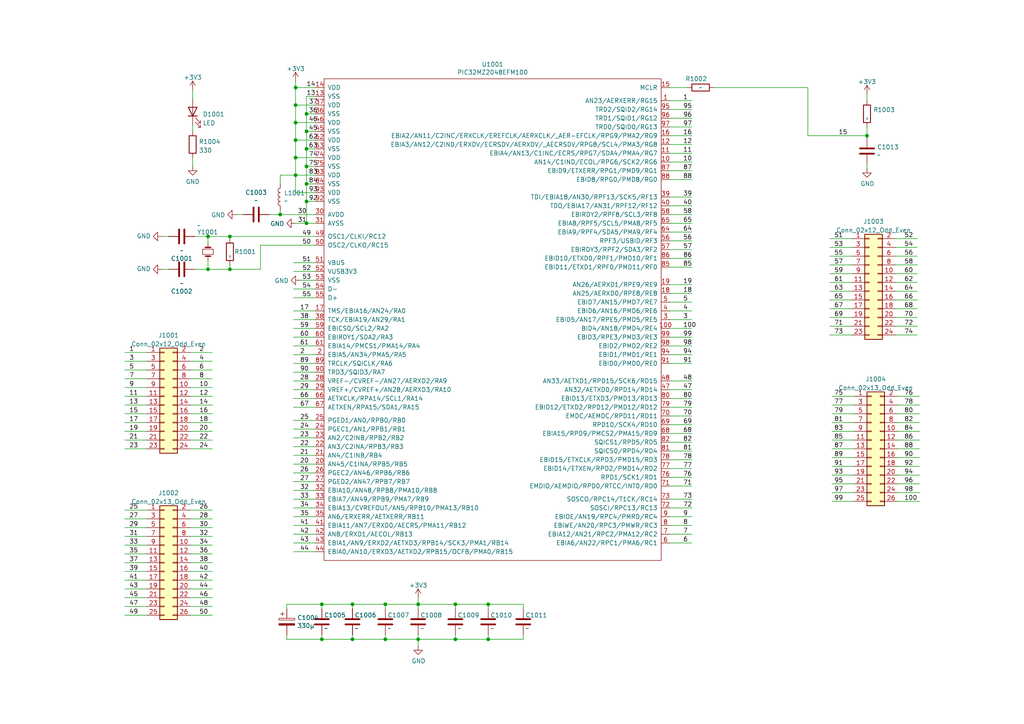
<source format=kicad_sch>
(kicad_sch (version 20211123) (generator eeschema)
  (paper "A4")
  (title_block (title "PIC32MZ2048EF100") (date "2022-06-06") (rev "V2.0") (company "F4DEB"))
  (lib_symbols
    (symbol "CEN-SCHEMA:PIC32MZ2048EF100" (pin_names (offset 1.016))
      (property "Reference" "U" (at 0 0 0))
      (property "Value" "PIC32MZ2048EF100" (at 27.94 0 0))
      (symbol "PIC32MZ2048EF100_0_1"
        (rectangle (start 0 -1.27) (end 97.79 -140.97))
      )
      (symbol "PIC32MZ2048EF100_1_1"
        (pin input line (at 100.33 -7.62 180) (length 2.54) (name "AN23/AERXERR/RG15") (number "1"))
        (pin input line (at 100.33 -25.4 180) (length 2.54) (name "AN14/C1IND/ECOL/RPG6/SCK2/RG6") (number "10"))
        (pin input line (at 100.33 -73.66 180) (length 2.54) (name "BID4/AN18/PMD4/RE4") (number "100"))
        (pin input line (at 100.33 -22.86 180) (length 2.54) (name "EBIA4/AN13/C1INC/ECRS/RPG7/SDA4/PMA4/RG7") (number "11"))
        (pin input line (at 100.33 -20.32 180) (length 2.54) (name "EBIA3/AN12/C2IND/ERXDV/ECRSDV/AERXDV/_AECRSDV/RPG8/SCL4/PMA3/RG8") (number "12"))
        (pin input line (at -2.54 -6.35 0) (length 2.54) (name "VSS") (number "13"))
        (pin input line (at -2.54 -3.81 0) (length 2.54) (name "VDD") (number "14"))
        (pin input line (at 100.33 -3.81 180) (length 2.54) (name "MCLR") (number "15"))
        (pin input line (at 100.33 -17.78 180) (length 2.54) (name "EBIA2/AN11/C2INC/ERXCLK/EREFCLK/AERXCLK/_AER-EFCLK/RPG9/PMA2/RG9") (number "16"))
        (pin input line (at -2.54 -68.58 0) (length 2.54) (name "TMS/EBIA16/AN24/RA0") (number "17"))
        (pin input line (at 100.33 -63.5 180) (length 2.54) (name "AN25/AERXD0/RPE8/RE8") (number "18"))
        (pin input line (at 100.33 -60.96 180) (length 2.54) (name "AN26/AERXD1/RPE9/RE9") (number "19"))
        (pin input line (at -2.54 -81.28 0) (length 2.54) (name "EBIA5/AN34/PMA5/RA5") (number "2"))
        (pin input line (at -2.54 -113.03 0) (length 2.54) (name "AN45/C1INA/RPB5/RB5") (number "20"))
        (pin input line (at -2.54 -110.49 0) (length 2.54) (name "AN4/C1INB/RB4") (number "21"))
        (pin input line (at -2.54 -107.95 0) (length 2.54) (name "AN3/C2INA/RPB3/RB3") (number "22"))
        (pin input line (at -2.54 -105.41 0) (length 2.54) (name "AN2/C2INB/RPB2/RB2") (number "23"))
        (pin input line (at -2.54 -102.87 0) (length 2.54) (name "PGEC1/AN1/RPB1/RB1") (number "24"))
        (pin input line (at -2.54 -100.33 0) (length 2.54) (name "PGED1/AN0/RPB0/RB0") (number "25"))
        (pin input line (at -2.54 -115.57 0) (length 2.54) (name "PGEC2/AN46/RPB6/RB6") (number "26"))
        (pin input line (at -2.54 -118.11 0) (length 2.54) (name "PGED2/AN47/RPB7/RB7") (number "27"))
        (pin input line (at -2.54 -88.9 0) (length 2.54) (name "VREF-/CVREF-/AN27/AERXD2/RA9") (number "28"))
        (pin input line (at -2.54 -91.44 0) (length 2.54) (name "VREF+/CVREF+/AN28/AERXD3/RA10") (number "29"))
        (pin input line (at 100.33 -71.12 180) (length 2.54) (name "EBID5/AN17/RPE5/PMD5/RE5") (number "3"))
        (pin input line (at -2.54 -40.64 0) (length 2.54) (name "AVDD") (number "30"))
        (pin input line (at -2.54 -43.18 0) (length 2.54) (name "AVSS") (number "31"))
        (pin input line (at -2.54 -120.65 0) (length 2.54) (name "EBIA10/AN48/RPB8/PMA10/RB8") (number "32"))
        (pin input line (at -2.54 -123.19 0) (length 2.54) (name "EBIA7/AN49/RPB9/PMA7/RB9") (number "33"))
        (pin input line (at -2.54 -125.73 0) (length 2.54) (name "EBIA13/CVREFOUT/AN5/RPB10/PMA13/RB10") (number "34"))
        (pin input line (at -2.54 -128.27 0) (length 2.54) (name "AN6/ERXERR/AETXERR/RB11") (number "35"))
        (pin input line (at -2.54 -11.43 0) (length 2.54) (name "VSS") (number "36"))
        (pin input line (at -2.54 -8.89 0) (length 2.54) (name "VDD") (number "37"))
        (pin input line (at -2.54 -71.12 0) (length 2.54) (name "TCK/EBIA19/AN29/RA1") (number "38"))
        (pin input line (at 100.33 -35.56 180) (length 2.54) (name "TDI/EBIA18/AN30/RPF13/SCK5/RF13") (number "39"))
        (pin input line (at 100.33 -68.58 180) (length 2.54) (name "EBID6/AN16/PMD6/RE6") (number "4"))
        (pin input line (at 100.33 -38.1 180) (length 2.54) (name "TDO/EBIA17/AN31/RPF12/RF12") (number "40"))
        (pin input line (at -2.54 -130.81 0) (length 2.54) (name "EBIA11/AN7/ERXD0/AECRS/PMA11/RB12") (number "41"))
        (pin input line (at -2.54 -133.35 0) (length 2.54) (name "AN8/ERXD1/AECOL/RB13") (number "42"))
        (pin input line (at -2.54 -135.89 0) (length 2.54) (name "EBIA1/AN9/ERXD2/AETXD3/RPB14/SCK3/PMA1/RB14") (number "43"))
        (pin input line (at -2.54 -138.43 0) (length 2.54) (name "EBIA0/AN10/ERXD3/AETXD2/RPB15/OCFB/PMA0/RB15") (number "44"))
        (pin input line (at -2.54 -16.51 0) (length 2.54) (name "VSS") (number "45"))
        (pin input line (at -2.54 -13.97 0) (length 2.54) (name "VDD") (number "46"))
        (pin input line (at 100.33 -91.44 180) (length 2.54) (name "AN32/AETXD0/RPD14/RD14") (number "47"))
        (pin input line (at 100.33 -88.9 180) (length 2.54) (name "AN33/AETXD1/RPD15/SCK6/RD15") (number "48"))
        (pin input line (at -2.54 -46.99 0) (length 2.54) (name "OSC1/CLKI/RC12") (number "49"))
        (pin input line (at 100.33 -66.04 180) (length 2.54) (name "EBID7/AN15/PMD7/RE7") (number "5"))
        (pin input line (at -2.54 -49.53 0) (length 2.54) (name "OSC2/CLKO/RC15") (number "50"))
        (pin input line (at -2.54 -54.61 0) (length 2.54) (name "VBUS") (number "51"))
        (pin input line (at -2.54 -57.15 0) (length 2.54) (name "VUSB3V3") (number "52"))
        (pin input line (at -2.54 -59.69 0) (length 2.54) (name "VSS") (number "53"))
        (pin input line (at -2.54 -62.23 0) (length 2.54) (name "D-") (number "54"))
        (pin input line (at -2.54 -64.77 0) (length 2.54) (name "D+") (number "55"))
        (pin input line (at 100.33 -48.26 180) (length 2.54) (name "RPF3/USBID/RF3") (number "56"))
        (pin input line (at 100.33 -50.8 180) (length 2.54) (name "EBIRDY3/RPF2/SDA3/RF2") (number "57"))
        (pin input line (at 100.33 -40.64 180) (length 2.54) (name "EBIRDY2/RPF8/SCL3/RF8") (number "58"))
        (pin input line (at -2.54 -73.66 0) (length 2.54) (name "EBICS0/SCL2/RA2") (number "59"))
        (pin input line (at 100.33 -135.89 180) (length 2.54) (name "EBIA6/AN22/RPC1/PMA6/RC1") (number "6"))
        (pin input line (at -2.54 -76.2 0) (length 2.54) (name "EBIRDY1/SDA2/RA3") (number "60"))
        (pin input line (at -2.54 -78.74 0) (length 2.54) (name "EBIA14/PMCS1/PMA14/RA4") (number "61"))
        (pin input line (at -2.54 -19.05 0) (length 2.54) (name "VDD") (number "62"))
        (pin input line (at -2.54 -21.59 0) (length 2.54) (name "VSS") (number "63"))
        (pin input line (at 100.33 -45.72 180) (length 2.54) (name "EBIA9/RPF4/SDA5/PMA9/RF4") (number "64"))
        (pin input line (at 100.33 -43.18 180) (length 2.54) (name "EBIA8/RPF5/SCL5/PMA8/RF5") (number "65"))
        (pin input line (at -2.54 -93.98 0) (length 2.54) (name "AETXCLK/RPA14/SCL1/RA14") (number "66"))
        (pin input line (at -2.54 -96.52 0) (length 2.54) (name "AETXEN/RPA15/SDA1/RA15") (number "67"))
        (pin input line (at 100.33 -104.14 180) (length 2.54) (name "EBIA15/RPD9/PMCS2/PMA15/RD9") (number "68"))
        (pin input line (at 100.33 -101.6 180) (length 2.54) (name "RPD10/SCK4/RD10") (number "69"))
        (pin input line (at 100.33 -133.35 180) (length 2.54) (name "EBIA12/AN21/RPC2/PMA12/RC2") (number "7"))
        (pin input line (at 100.33 -99.06 180) (length 2.54) (name "EMDC/AEMDC/RPD11/RD11") (number "70"))
        (pin input line (at 100.33 -119.38 180) (length 2.54) (name "EMDIO/AEMDIO/RPD0/RTCC/INT0/RD0") (number "71"))
        (pin input line (at 100.33 -125.73 180) (length 2.54) (name "SOSCI/RPC13/RC13") (number "72"))
        (pin input line (at 100.33 -123.19 180) (length 2.54) (name "SOSCO/RPC14/T1CK/RC14") (number "73"))
        (pin input line (at -2.54 -24.13 0) (length 2.54) (name "VDD") (number "74"))
        (pin input line (at -2.54 -26.67 0) (length 2.54) (name "VSS") (number "75"))
        (pin input line (at 100.33 -116.84 180) (length 2.54) (name "RPD1/SCK1/RD1") (number "76"))
        (pin input line (at 100.33 -114.3 180) (length 2.54) (name "EBID14/ETXEN/RPD2/PMD14/RD2") (number "77"))
        (pin input line (at 100.33 -111.76 180) (length 2.54) (name "EBID15/ETXCLK/RPD3/PMD15/RD3") (number "78"))
        (pin input line (at 100.33 -96.52 180) (length 2.54) (name "EBID12/ETXD2/RPD12/PMD12/RD12") (number "79"))
        (pin input line (at 100.33 -130.81 180) (length 2.54) (name "EBIWE/AN20/RPC3/PMWR/RC3") (number "8"))
        (pin input line (at 100.33 -93.98 180) (length 2.54) (name "EBID13/ETXD3/PMD13/RD13") (number "80"))
        (pin input line (at 100.33 -109.22 180) (length 2.54) (name "SQICS0/RPD4/RD4") (number "81"))
        (pin input line (at 100.33 -106.68 180) (length 2.54) (name "SQICS1/RPD5/RD5") (number "82"))
        (pin input line (at -2.54 -29.21 0) (length 2.54) (name "VDD") (number "83"))
        (pin input line (at -2.54 -31.75 0) (length 2.54) (name "VSS") (number "84"))
        (pin input line (at 100.33 -55.88 180) (length 2.54) (name "EBID11/ETXD1/RPF0/PMD11/RF0") (number "85"))
        (pin input line (at 100.33 -53.34 180) (length 2.54) (name "EBID10/ETXD0/RPF1/PMD10/RF1") (number "86"))
        (pin input line (at 100.33 -27.94 180) (length 2.54) (name "EBID9/ETXERR/RPG1/PMD9/RG1") (number "87"))
        (pin input line (at 100.33 -30.48 180) (length 2.54) (name "EBID8/RPG0/PMD8/RG0") (number "88"))
        (pin input line (at -2.54 -83.82 0) (length 2.54) (name "TRCLK/SQICLK/RA6") (number "89"))
        (pin input line (at 100.33 -128.27 180) (length 2.54) (name "EBIOE/AN19/RPC4/PMRD/RC4") (number "9"))
        (pin input line (at -2.54 -86.36 0) (length 2.54) (name "TRD3/SQID3/RA7") (number "90"))
        (pin input line (at 100.33 -83.82 180) (length 2.54) (name "EBID0/PMD0/RE0") (number "91"))
        (pin input line (at -2.54 -36.83 0) (length 2.54) (name "VSS") (number "92"))
        (pin input line (at -2.54 -34.29 0) (length 2.54) (name "VDD") (number "93"))
        (pin input line (at 100.33 -81.28 180) (length 2.54) (name "EBID1/PMD1/RE1") (number "94"))
        (pin input line (at 100.33 -10.16 180) (length 2.54) (name "TRD2/SQID2/RG14") (number "95"))
        (pin input line (at 100.33 -12.7 180) (length 2.54) (name "TRD1/SQID1/RG12") (number "96"))
        (pin input line (at 100.33 -15.24 180) (length 2.54) (name "TRD0/SQID0/RG13") (number "97"))
        (pin input line (at 100.33 -78.74 180) (length 2.54) (name "EBID2/PMD2/RE2") (number "98"))
        (pin input line (at 100.33 -76.2 180) (length 2.54) (name "EBID3/RPE3/PMD3/RE3") (number "99"))
      )
    )
    (symbol "Connector_Generic:Conn_02x12_Odd_Even" (pin_names (offset 1.016) hide)
      (property "Reference" "J" (at 1.27 15.24 0))
      (property "Value" "Conn_02x12_Odd_Even" (at 1.27 -17.78 0))
      (symbol "Conn_02x12_Odd_Even_1_1"
        (rectangle (start -1.27 -15.113) (end 0 -15.367) (stroke (width 0.1524)))
        (rectangle (start -1.27 -12.573) (end 0 -12.827) (stroke (width 0.1524)))
        (rectangle (start -1.27 -10.033) (end 0 -10.287) (stroke (width 0.1524)))
        (rectangle (start -1.27 -7.493) (end 0 -7.747) (stroke (width 0.1524)))
        (rectangle (start -1.27 -4.953) (end 0 -5.207) (stroke (width 0.1524)))
        (rectangle (start -1.27 -2.413) (end 0 -2.667) (stroke (width 0.1524)))
        (rectangle (start -1.27 0.127) (end 0 -0.127) (stroke (width 0.1524)))
        (rectangle (start -1.27 2.667) (end 0 2.413) (stroke (width 0.1524)))
        (rectangle (start -1.27 5.207) (end 0 4.953) (stroke (width 0.1524)))
        (rectangle (start -1.27 7.747) (end 0 7.493) (stroke (width 0.1524)))
        (rectangle (start -1.27 10.287) (end 0 10.033) (stroke (width 0.1524)))
        (rectangle (start -1.27 12.827) (end 0 12.573) (stroke (width 0.1524)))
        (rectangle (start -1.27 13.97) (end 3.81 -16.51) (stroke (width 0.254)) (fill (type background)))
        (rectangle (start 3.81 -15.113) (end 2.54 -15.367) (stroke (width 0.1524)))
        (rectangle (start 3.81 -12.573) (end 2.54 -12.827) (stroke (width 0.1524)))
        (rectangle (start 3.81 -10.033) (end 2.54 -10.287) (stroke (width 0.1524)))
        (rectangle (start 3.81 -7.493) (end 2.54 -7.747) (stroke (width 0.1524)))
        (rectangle (start 3.81 -4.953) (end 2.54 -5.207) (stroke (width 0.1524)))
        (rectangle (start 3.81 -2.413) (end 2.54 -2.667) (stroke (width 0.1524)))
        (rectangle (start 3.81 0.127) (end 2.54 -0.127) (stroke (width 0.1524)))
        (rectangle (start 3.81 2.667) (end 2.54 2.413) (stroke (width 0.1524)))
        (rectangle (start 3.81 5.207) (end 2.54 4.953) (stroke (width 0.1524)))
        (rectangle (start 3.81 7.747) (end 2.54 7.493) (stroke (width 0.1524)))
        (rectangle (start 3.81 10.287) (end 2.54 10.033) (stroke (width 0.1524)))
        (rectangle (start 3.81 12.827) (end 2.54 12.573) (stroke (width 0.1524)))
        (pin passive line (at -5.08 12.7 0) (length 3.81) (name "Pin_1") (number "1"))
        (pin passive line (at 7.62 2.54 180) (length 3.81) (name "Pin_10") (number "10"))
        (pin passive line (at -5.08 0 0) (length 3.81) (name "Pin_11") (number "11"))
        (pin passive line (at 7.62 0 180) (length 3.81) (name "Pin_12") (number "12"))
        (pin passive line (at -5.08 -2.54 0) (length 3.81) (name "Pin_13") (number "13"))
        (pin passive line (at 7.62 -2.54 180) (length 3.81) (name "Pin_14") (number "14"))
        (pin passive line (at -5.08 -5.08 0) (length 3.81) (name "Pin_15") (number "15"))
        (pin passive line (at 7.62 -5.08 180) (length 3.81) (name "Pin_16") (number "16"))
        (pin passive line (at -5.08 -7.62 0) (length 3.81) (name "Pin_17") (number "17"))
        (pin passive line (at 7.62 -7.62 180) (length 3.81) (name "Pin_18") (number "18"))
        (pin passive line (at -5.08 -10.16 0) (length 3.81) (name "Pin_19") (number "19"))
        (pin passive line (at 7.62 12.7 180) (length 3.81) (name "Pin_2") (number "2"))
        (pin passive line (at 7.62 -10.16 180) (length 3.81) (name "Pin_20") (number "20"))
        (pin passive line (at -5.08 -12.7 0) (length 3.81) (name "Pin_21") (number "21"))
        (pin passive line (at 7.62 -12.7 180) (length 3.81) (name "Pin_22") (number "22"))
        (pin passive line (at -5.08 -15.24 0) (length 3.81) (name "Pin_23") (number "23"))
        (pin passive line (at 7.62 -15.24 180) (length 3.81) (name "Pin_24") (number "24"))
        (pin passive line (at -5.08 10.16 0) (length 3.81) (name "Pin_3") (number "3"))
        (pin passive line (at 7.62 10.16 180) (length 3.81) (name "Pin_4") (number "4"))
        (pin passive line (at -5.08 7.62 0) (length 3.81) (name "Pin_5") (number "5"))
        (pin passive line (at 7.62 7.62 180) (length 3.81) (name "Pin_6") (number "6"))
        (pin passive line (at -5.08 5.08 0) (length 3.81) (name "Pin_7") (number "7"))
        (pin passive line (at 7.62 5.08 180) (length 3.81) (name "Pin_8") (number "8"))
        (pin passive line (at -5.08 2.54 0) (length 3.81) (name "Pin_9") (number "9"))
      )
    )
    (symbol "Connector_Generic:Conn_02x13_Odd_Even" (pin_names (offset 1.016) hide)
      (property "Reference" "J" (at 1.27 17.78 0))
      (property "Value" "Conn_02x13_Odd_Even" (at 1.27 -17.78 0))
      (symbol "Conn_02x13_Odd_Even_1_1"
        (rectangle (start -1.27 -15.113) (end 0 -15.367) (stroke (width 0.1524)))
        (rectangle (start -1.27 -12.573) (end 0 -12.827) (stroke (width 0.1524)))
        (rectangle (start -1.27 -10.033) (end 0 -10.287) (stroke (width 0.1524)))
        (rectangle (start -1.27 -7.493) (end 0 -7.747) (stroke (width 0.1524)))
        (rectangle (start -1.27 -4.953) (end 0 -5.207) (stroke (width 0.1524)))
        (rectangle (start -1.27 -2.413) (end 0 -2.667) (stroke (width 0.1524)))
        (rectangle (start -1.27 0.127) (end 0 -0.127) (stroke (width 0.1524)))
        (rectangle (start -1.27 2.667) (end 0 2.413) (stroke (width 0.1524)))
        (rectangle (start -1.27 5.207) (end 0 4.953) (stroke (width 0.1524)))
        (rectangle (start -1.27 7.747) (end 0 7.493) (stroke (width 0.1524)))
        (rectangle (start -1.27 10.287) (end 0 10.033) (stroke (width 0.1524)))
        (rectangle (start -1.27 12.827) (end 0 12.573) (stroke (width 0.1524)))
        (rectangle (start -1.27 15.367) (end 0 15.113) (stroke (width 0.1524)))
        (rectangle (start -1.27 16.51) (end 3.81 -16.51) (stroke (width 0.254)) (fill (type background)))
        (rectangle (start 3.81 -15.113) (end 2.54 -15.367) (stroke (width 0.1524)))
        (rectangle (start 3.81 -12.573) (end 2.54 -12.827) (stroke (width 0.1524)))
        (rectangle (start 3.81 -10.033) (end 2.54 -10.287) (stroke (width 0.1524)))
        (rectangle (start 3.81 -7.493) (end 2.54 -7.747) (stroke (width 0.1524)))
        (rectangle (start 3.81 -4.953) (end 2.54 -5.207) (stroke (width 0.1524)))
        (rectangle (start 3.81 -2.413) (end 2.54 -2.667) (stroke (width 0.1524)))
        (rectangle (start 3.81 0.127) (end 2.54 -0.127) (stroke (width 0.1524)))
        (rectangle (start 3.81 2.667) (end 2.54 2.413) (stroke (width 0.1524)))
        (rectangle (start 3.81 5.207) (end 2.54 4.953) (stroke (width 0.1524)))
        (rectangle (start 3.81 7.747) (end 2.54 7.493) (stroke (width 0.1524)))
        (rectangle (start 3.81 10.287) (end 2.54 10.033) (stroke (width 0.1524)))
        (rectangle (start 3.81 12.827) (end 2.54 12.573) (stroke (width 0.1524)))
        (rectangle (start 3.81 15.367) (end 2.54 15.113) (stroke (width 0.1524)))
        (pin passive line (at -5.08 15.24 0) (length 3.81) (name "Pin_1") (number "1"))
        (pin passive line (at 7.62 5.08 180) (length 3.81) (name "Pin_10") (number "10"))
        (pin passive line (at -5.08 2.54 0) (length 3.81) (name "Pin_11") (number "11"))
        (pin passive line (at 7.62 2.54 180) (length 3.81) (name "Pin_12") (number "12"))
        (pin passive line (at -5.08 0 0) (length 3.81) (name "Pin_13") (number "13"))
        (pin passive line (at 7.62 0 180) (length 3.81) (name "Pin_14") (number "14"))
        (pin passive line (at -5.08 -2.54 0) (length 3.81) (name "Pin_15") (number "15"))
        (pin passive line (at 7.62 -2.54 180) (length 3.81) (name "Pin_16") (number "16"))
        (pin passive line (at -5.08 -5.08 0) (length 3.81) (name "Pin_17") (number "17"))
        (pin passive line (at 7.62 -5.08 180) (length 3.81) (name "Pin_18") (number "18"))
        (pin passive line (at -5.08 -7.62 0) (length 3.81) (name "Pin_19") (number "19"))
        (pin passive line (at 7.62 15.24 180) (length 3.81) (name "Pin_2") (number "2"))
        (pin passive line (at 7.62 -7.62 180) (length 3.81) (name "Pin_20") (number "20"))
        (pin passive line (at -5.08 -10.16 0) (length 3.81) (name "Pin_21") (number "21"))
        (pin passive line (at 7.62 -10.16 180) (length 3.81) (name "Pin_22") (number "22"))
        (pin passive line (at -5.08 -12.7 0) (length 3.81) (name "Pin_23") (number "23"))
        (pin passive line (at 7.62 -12.7 180) (length 3.81) (name "Pin_24") (number "24"))
        (pin passive line (at -5.08 -15.24 0) (length 3.81) (name "Pin_25") (number "25"))
        (pin passive line (at 7.62 -15.24 180) (length 3.81) (name "Pin_26") (number "26"))
        (pin passive line (at -5.08 12.7 0) (length 3.81) (name "Pin_3") (number "3"))
        (pin passive line (at 7.62 12.7 180) (length 3.81) (name "Pin_4") (number "4"))
        (pin passive line (at -5.08 10.16 0) (length 3.81) (name "Pin_5") (number "5"))
        (pin passive line (at 7.62 10.16 180) (length 3.81) (name "Pin_6") (number "6"))
        (pin passive line (at -5.08 7.62 0) (length 3.81) (name "Pin_7") (number "7"))
        (pin passive line (at 7.62 7.62 180) (length 3.81) (name "Pin_8") (number "8"))
        (pin passive line (at -5.08 5.08 0) (length 3.81) (name "Pin_9") (number "9"))
      )
    )
    (symbol "Device:C" (pin_numbers hide) (pin_names (offset 0.254))
      (property "Reference" "C" (at 0.635 2.54 0))
      (property "Value" "C" (at 0.635 -2.54 0))
      (symbol "C_0_1"
        (polyline (pts (xy -2.032 -0.762) (xy 2.032 -0.762)) (stroke (width 0.508)))
        (polyline (pts (xy -2.032 0.762) (xy 2.032 0.762)) (stroke (width 0.508)))
      )
      (symbol "C_1_1"
        (pin passive line (at 0 3.81 270) (length 2.794) (name "~") (number "1"))
        (pin passive line (at 0 -3.81 90) (length 2.794) (name "~") (number "2"))
      )
    )
    (symbol "Device:C_Polarized" (pin_numbers hide) (pin_names (offset 0.254))
      (property "Reference" "C" (at 0.635 2.54 0))
      (property "Value" "C_Polarized" (at 0.635 -2.54 0))
      (symbol "C_Polarized_0_1"
        (rectangle (start -2.286 0.508) (end 2.286 1.016))
        (polyline (pts (xy -1.778 2.286) (xy -0.762 2.286)))
        (polyline (pts (xy -1.27 2.794) (xy -1.27 1.778)))
        (rectangle (start 2.286 -0.508) (end -2.286 -1.016) (fill (type outline)))
      )
      (symbol "C_Polarized_1_1"
        (pin passive line (at 0 3.81 270) (length 2.794) (name "~") (number "1"))
        (pin passive line (at 0 -3.81 90) (length 2.794) (name "~") (number "2"))
      )
    )
    (symbol "Device:Crystal_Small" (pin_numbers hide) (pin_names (offset 1.016) hide)
      (property "Reference" "Y" (at 0 2.54 0))
      (property "Value" "Crystal_Small" (at 0 -2.54 0))
      (symbol "Crystal_Small_0_1"
        (rectangle (start -0.762 -1.524) (end 0.762 1.524))
        (polyline (pts (xy -1.27 -0.762) (xy -1.27 0.762)) (stroke (width 0.381)))
        (polyline (pts (xy 1.27 -0.762) (xy 1.27 0.762)) (stroke (width 0.381)))
      )
      (symbol "Crystal_Small_1_1"
        (pin passive line (at -2.54 0 0) (length 1.27) (name "1") (number "1"))
        (pin passive line (at 2.54 0 180) (length 1.27) (name "2") (number "2"))
      )
    )
    (symbol "Device:L" (pin_numbers hide) (pin_names (offset 1.016) hide)
      (property "Reference" "L" (at -1.27 0 90))
      (property "Value" "L" (at 1.905 0 90))
      (symbol "L_0_1"
        (arc (start 0 -2.54) (mid 0.635 -1.905) (end 0 -1.27))
        (arc (start 0 -1.27) (mid 0.635 -0.635) (end 0 0))
        (arc (start 0 0) (mid 0.635 0.635) (end 0 1.27))
        (arc (start 0 1.27) (mid 0.635 1.905) (end 0 2.54))
      )
      (symbol "L_1_1"
        (pin passive line (at 0 3.81 270) (length 1.27) (name "1") (number "1"))
        (pin passive line (at 0 -3.81 90) (length 1.27) (name "2") (number "2"))
      )
    )
    (symbol "Device:LED" (pin_numbers hide) (pin_names (offset 1.016) hide)
      (property "Reference" "D" (at 0 2.54 0))
      (property "Value" "LED" (at 0 -2.54 0))
      (symbol "LED_0_1"
        (polyline (pts (xy -1.27 -1.27) (xy -1.27 1.27)) (stroke (width 0.254)))
        (polyline (pts (xy -1.27 0) (xy 1.27 0)))
        (polyline (pts (xy 1.27 -1.27) (xy 1.27 1.27) (xy -1.27 0) (xy 1.27 -1.27)) (stroke (width 0.254)))
        (polyline (pts (xy -3.048 -0.762) (xy -4.572 -2.286) (xy -3.81 -2.286) (xy -4.572 -2.286) (xy -4.572 -1.524)))
        (polyline (pts (xy -1.778 -0.762) (xy -3.302 -2.286) (xy -2.54 -2.286) (xy -3.302 -2.286) (xy -3.302 -1.524)))
      )
      (symbol "LED_1_1"
        (pin passive line (at -3.81 0 0) (length 2.54) (name "K") (number "1"))
        (pin passive line (at 3.81 0 180) (length 2.54) (name "A") (number "2"))
      )
    )
    (symbol "Device:R" (pin_numbers hide) (pin_names (offset 0))
      (property "Reference" "R" (at 2.032 0 90))
      (property "Value" "R" (at 0 0 90))
      (symbol "R_0_1"
        (rectangle (start -1.016 -2.54) (end 1.016 2.54) (stroke (width 0.254)))
      )
      (symbol "R_1_1"
        (pin passive line (at 0 3.81 270) (length 1.27) (name "~") (number "1"))
        (pin passive line (at 0 -3.81 90) (length 1.27) (name "~") (number "2"))
      )
    )
    (symbol "power:+3.3V" (power) (pin_names (offset 0))
      (property "Value" "+3.3V" (at 0 3.556 0))
      (symbol "+3.3V_0_1"
        (polyline (pts (xy -0.762 1.27) (xy 0 2.54)))
        (polyline (pts (xy 0 0) (xy 0 2.54)))
        (polyline (pts (xy 0 2.54) (xy 0.762 1.27)))
      )
      (symbol "+3.3V_1_1"
        (pin power_in line (at 0 0 90) (length 0) hide (name "+3V3") (number "1"))
      )
    )
    (symbol "power:GND" (power) (pin_names (offset 0))
      (property "Value" "GND" (at 0 -3.81 0))
      (symbol "GND_0_1"
        (polyline (pts (xy 0 0) (xy 0 -1.27) (xy 1.27 -1.27) (xy 0 -2.54) (xy -1.27 -1.27) (xy 0 -1.27)))
      )
      (symbol "GND_1_1"
        (pin power_in line (at 0 0 270) (length 0) hide (name "GND") (number "1"))
      )
    )
  )
  (junction (at 85.725 35.56))
  (junction (at 93.345 175.26))
  (junction (at 88.9 58.42))
  (junction (at 102.235 185.42))
  (junction (at 66.675 78.105))
  (junction (at 88.9 33.02))
  (junction (at 88.9 53.34))
  (junction (at 141.605 185.42))
  (junction (at 111.76 185.42))
  (junction (at 88.9 64.77))
  (junction (at 132.08 185.42))
  (junction (at 102.235 175.26))
  (junction (at 85.725 50.8))
  (junction (at 88.9 43.18))
  (junction (at 85.725 45.72))
  (junction (at 85.725 25.4))
  (junction (at 81.28 62.23))
  (junction (at 251.46 39.37))
  (junction (at 132.08 175.26))
  (junction (at 85.725 30.48))
  (junction (at 88.9 38.1))
  (junction (at 60.325 68.58))
  (junction (at 121.285 175.26))
  (junction (at 66.675 68.58))
  (junction (at 111.76 175.26))
  (junction (at 85.725 40.64))
  (junction (at 93.345 185.42))
  (junction (at 121.285 185.42))
  (junction (at 141.605 175.26))
  (junction (at 88.9 48.26))
  (junction (at 60.325 78.105))
  (wire (pts (xy 194.31 82.55) (xy 200.66 82.55)))
  (wire (pts (xy 36.195 109.855) (xy 42.545 109.855)))
  (wire (pts (xy 36.195 112.395) (xy 42.545 112.395)))
  (wire (pts (xy 66.675 69.215) (xy 66.675 68.58)))
  (wire (pts (xy 36.195 104.775) (xy 42.545 104.775)))
  (wire (pts (xy 85.09 107.95) (xy 91.44 107.95)))
  (wire (pts (xy 260.35 142.875) (xy 266.7 142.875)))
  (wire (pts (xy 121.285 185.42) (xy 121.285 187.325)))
  (wire (pts (xy 88.9 53.34) (xy 88.9 58.42)))
  (wire (pts (xy 85.09 76.2) (xy 91.44 76.2)))
  (wire (pts (xy 55.245 109.855) (xy 61.595 109.855)))
  (wire (pts (xy 85.09 113.03) (xy 91.44 113.03)))
  (wire (pts (xy 75.565 78.105) (xy 66.675 78.105)))
  (wire (pts (xy 85.09 78.74) (xy 91.44 78.74)))
  (wire (pts (xy 85.09 129.54) (xy 91.44 129.54)))
  (wire (pts (xy 260.35 125.095) (xy 266.7 125.095)))
  (wire (pts (xy 85.09 105.41) (xy 91.44 105.41)))
  (wire (pts (xy 88.9 48.26) (xy 88.9 53.34)))
  (wire (pts (xy 102.235 176.53) (xy 102.235 175.26)))
  (wire (pts (xy 194.31 123.19) (xy 200.66 123.19)))
  (wire (pts (xy 75.565 71.12) (xy 91.44 71.12)))
  (wire (pts (xy 240.665 76.835) (xy 247.015 76.835)))
  (wire (pts (xy 260.35 130.175) (xy 266.7 130.175)))
  (wire (pts (xy 55.245 175.895) (xy 61.595 175.895)))
  (wire (pts (xy 60.325 75.565) (xy 60.325 78.105)))
  (wire (pts (xy 234.315 39.37) (xy 251.46 39.37)))
  (wire (pts (xy 36.195 114.935) (xy 42.545 114.935)))
  (wire (pts (xy 85.09 132.08) (xy 91.44 132.08)))
  (wire (pts (xy 55.245 112.395) (xy 61.595 112.395)))
  (wire (pts (xy 194.31 64.77) (xy 200.66 64.77)))
  (wire (pts (xy 141.605 175.26) (xy 141.605 176.53)))
  (wire (pts (xy 55.245 122.555) (xy 61.595 122.555)))
  (wire (pts (xy 234.315 25.4) (xy 234.315 39.37)))
  (wire (pts (xy 91.44 58.42) (xy 88.9 58.42)))
  (wire (pts (xy 259.715 97.155) (xy 266.065 97.155)))
  (wire (pts (xy 55.245 160.655) (xy 61.595 160.655)))
  (wire (pts (xy 241.3 117.475) (xy 247.65 117.475)))
  (wire (pts (xy 91.44 45.72) (xy 85.725 45.72)))
  (wire (pts (xy 207.01 25.4) (xy 234.315 25.4)))
  (wire (pts (xy 55.245 163.195) (xy 61.595 163.195)))
  (wire (pts (xy 85.09 118.11) (xy 91.44 118.11)))
  (wire (pts (xy 194.31 125.73) (xy 200.66 125.73)))
  (wire (pts (xy 259.715 76.835) (xy 266.065 76.835)))
  (wire (pts (xy 194.31 85.09) (xy 200.66 85.09)))
  (wire (pts (xy 91.44 30.48) (xy 85.725 30.48)))
  (wire (pts (xy 259.715 69.215) (xy 266.065 69.215)))
  (wire (pts (xy 88.9 64.77) (xy 91.44 64.77)))
  (wire (pts (xy 88.9 43.18) (xy 88.9 48.26)))
  (wire (pts (xy 55.245 170.815) (xy 61.595 170.815)))
  (wire (pts (xy 91.44 81.28) (xy 86.995 81.28)))
  (wire (pts (xy 260.35 127.635) (xy 266.7 127.635)))
  (wire (pts (xy 85.09 160.02) (xy 91.44 160.02)))
  (wire (pts (xy 251.46 39.37) (xy 251.46 40.005)))
  (wire (pts (xy 60.325 68.58) (xy 66.675 68.58)))
  (wire (pts (xy 194.31 157.48) (xy 200.66 157.48)))
  (wire (pts (xy 241.3 137.795) (xy 247.65 137.795)))
  (wire (pts (xy 111.76 185.42) (xy 102.235 185.42)))
  (wire (pts (xy 55.245 147.955) (xy 61.595 147.955)))
  (wire (pts (xy 132.08 184.15) (xy 132.08 185.42)))
  (wire (pts (xy 194.31 120.65) (xy 200.66 120.65)))
  (wire (pts (xy 36.195 107.315) (xy 42.545 107.315)))
  (wire (pts (xy 36.195 130.175) (xy 42.545 130.175)))
  (wire (pts (xy 55.245 127.635) (xy 61.595 127.635)))
  (wire (pts (xy 85.09 137.16) (xy 91.44 137.16)))
  (wire (pts (xy 121.285 176.53) (xy 121.285 175.26)))
  (wire (pts (xy 93.345 185.42) (xy 83.185 185.42)))
  (wire (pts (xy 141.605 175.26) (xy 151.765 175.26)))
  (wire (pts (xy 85.09 97.79) (xy 91.44 97.79)))
  (wire (pts (xy 260.35 114.935) (xy 266.7 114.935)))
  (wire (pts (xy 66.675 78.105) (xy 60.325 78.105)))
  (wire (pts (xy 91.44 50.8) (xy 85.725 50.8)))
  (wire (pts (xy 81.28 62.23) (xy 81.28 60.96)))
  (wire (pts (xy 241.3 125.095) (xy 247.65 125.095)))
  (wire (pts (xy 194.31 113.03) (xy 200.66 113.03)))
  (wire (pts (xy 194.31 95.25) (xy 200.66 95.25)))
  (wire (pts (xy 241.3 114.935) (xy 247.65 114.935)))
  (wire (pts (xy 259.715 92.075) (xy 266.065 92.075)))
  (wire (pts (xy 102.235 185.42) (xy 93.345 185.42)))
  (wire (pts (xy 260.35 135.255) (xy 266.7 135.255)))
  (wire (pts (xy 85.725 45.72) (xy 85.725 50.8)))
  (wire (pts (xy 194.31 69.85) (xy 200.66 69.85)))
  (wire (pts (xy 91.44 43.18) (xy 88.9 43.18)))
  (wire (pts (xy 36.195 150.495) (xy 42.545 150.495)))
  (wire (pts (xy 251.46 36.83) (xy 251.46 39.37)))
  (wire (pts (xy 55.245 120.015) (xy 61.595 120.015)))
  (wire (pts (xy 55.245 168.275) (xy 61.595 168.275)))
  (wire (pts (xy 85.09 115.57) (xy 91.44 115.57)))
  (wire (pts (xy 85.09 152.4) (xy 91.44 152.4)))
  (wire (pts (xy 85.725 40.64) (xy 85.725 45.72)))
  (wire (pts (xy 88.9 58.42) (xy 88.9 64.77)))
  (wire (pts (xy 151.765 175.26) (xy 151.765 176.53)))
  (wire (pts (xy 36.195 155.575) (xy 42.545 155.575)))
  (wire (pts (xy 88.9 27.94) (xy 88.9 33.02)))
  (wire (pts (xy 132.08 175.26) (xy 141.605 175.26)))
  (wire (pts (xy 121.285 184.15) (xy 121.285 185.42)))
  (wire (pts (xy 241.3 135.255) (xy 247.65 135.255)))
  (wire (pts (xy 194.31 46.99) (xy 200.66 46.99)))
  (wire (pts (xy 85.09 134.62) (xy 91.44 134.62)))
  (wire (pts (xy 85.09 86.36) (xy 91.44 86.36)))
  (wire (pts (xy 88.9 27.94) (xy 91.44 27.94)))
  (wire (pts (xy 194.31 39.37) (xy 200.66 39.37)))
  (wire (pts (xy 240.665 79.375) (xy 247.015 79.375)))
  (wire (pts (xy 141.605 184.15) (xy 141.605 185.42)))
  (wire (pts (xy 85.09 147.32) (xy 91.44 147.32)))
  (wire (pts (xy 55.245 104.775) (xy 61.595 104.775)))
  (wire (pts (xy 194.31 140.97) (xy 200.66 140.97)))
  (wire (pts (xy 111.76 175.26) (xy 121.285 175.26)))
  (wire (pts (xy 194.31 74.93) (xy 200.66 74.93)))
  (wire (pts (xy 85.09 110.49) (xy 91.44 110.49)))
  (wire (pts (xy 259.715 71.755) (xy 266.065 71.755)))
  (wire (pts (xy 260.35 122.555) (xy 266.7 122.555)))
  (wire (pts (xy 194.31 87.63) (xy 200.66 87.63)))
  (wire (pts (xy 85.09 95.25) (xy 91.44 95.25)))
  (wire (pts (xy 240.665 94.615) (xy 247.015 94.615)))
  (wire (pts (xy 194.31 25.4) (xy 199.39 25.4)))
  (wire (pts (xy 260.35 117.475) (xy 266.7 117.475)))
  (wire (pts (xy 194.31 115.57) (xy 200.66 115.57)))
  (wire (pts (xy 55.88 26.035) (xy 55.88 28.575)))
  (wire (pts (xy 36.195 178.435) (xy 42.545 178.435)))
  (wire (pts (xy 194.31 62.23) (xy 200.66 62.23)))
  (wire (pts (xy 93.345 185.42) (xy 93.345 184.15)))
  (wire (pts (xy 194.31 72.39) (xy 200.66 72.39)))
  (wire (pts (xy 194.31 97.79) (xy 200.66 97.79)))
  (wire (pts (xy 259.715 84.455) (xy 266.065 84.455)))
  (wire (pts (xy 60.325 70.485) (xy 60.325 68.58)))
  (wire (pts (xy 56.515 68.58) (xy 60.325 68.58)))
  (wire (pts (xy 241.3 132.715) (xy 247.65 132.715)))
  (wire (pts (xy 85.725 35.56) (xy 85.725 40.64)))
  (wire (pts (xy 85.725 25.4) (xy 85.725 23.495)))
  (wire (pts (xy 194.31 147.32) (xy 200.66 147.32)))
  (wire (pts (xy 36.195 102.235) (xy 42.545 102.235)))
  (wire (pts (xy 241.3 120.015) (xy 247.65 120.015)))
  (wire (pts (xy 260.35 145.415) (xy 266.7 145.415)))
  (wire (pts (xy 85.09 139.7) (xy 91.44 139.7)))
  (wire (pts (xy 36.195 168.275) (xy 42.545 168.275)))
  (wire (pts (xy 241.3 130.175) (xy 247.65 130.175)))
  (wire (pts (xy 259.715 89.535) (xy 266.065 89.535)))
  (wire (pts (xy 194.31 57.15) (xy 200.66 57.15)))
  (wire (pts (xy 260.35 132.715) (xy 266.7 132.715)))
  (wire (pts (xy 55.245 155.575) (xy 61.595 155.575)))
  (wire (pts (xy 194.31 102.87) (xy 200.66 102.87)))
  (wire (pts (xy 85.09 157.48) (xy 91.44 157.48)))
  (wire (pts (xy 194.31 92.71) (xy 200.66 92.71)))
  (wire (pts (xy 241.3 122.555) (xy 247.65 122.555)))
  (wire (pts (xy 240.665 71.755) (xy 247.015 71.755)))
  (wire (pts (xy 81.28 50.8) (xy 85.725 50.8)))
  (wire (pts (xy 48.895 78.105) (xy 46.99 78.105)))
  (wire (pts (xy 194.31 100.33) (xy 200.66 100.33)))
  (wire (pts (xy 194.31 128.27) (xy 200.66 128.27)))
  (wire (pts (xy 259.715 86.995) (xy 266.065 86.995)))
  (wire (pts (xy 85.725 30.48) (xy 85.725 35.56)))
  (wire (pts (xy 85.09 149.86) (xy 91.44 149.86)))
  (wire (pts (xy 91.44 48.26) (xy 88.9 48.26)))
  (wire (pts (xy 194.31 118.11) (xy 200.66 118.11)))
  (wire (pts (xy 36.195 173.355) (xy 42.545 173.355)))
  (wire (pts (xy 194.31 59.69) (xy 200.66 59.69)))
  (wire (pts (xy 85.09 142.24) (xy 91.44 142.24)))
  (wire (pts (xy 194.31 152.4) (xy 200.66 152.4)))
  (wire (pts (xy 36.195 170.815) (xy 42.545 170.815)))
  (wire (pts (xy 55.245 117.475) (xy 61.595 117.475)))
  (wire (pts (xy 241.3 145.415) (xy 247.65 145.415)))
  (wire (pts (xy 93.345 175.26) (xy 83.185 175.26)))
  (wire (pts (xy 36.195 175.895) (xy 42.545 175.895)))
  (wire (pts (xy 85.09 90.17) (xy 91.44 90.17)))
  (wire (pts (xy 260.35 120.015) (xy 266.7 120.015)))
  (wire (pts (xy 141.605 185.42) (xy 151.765 185.42)))
  (wire (pts (xy 111.76 184.15) (xy 111.76 185.42)))
  (wire (pts (xy 151.765 185.42) (xy 151.765 184.15)))
  (wire (pts (xy 55.88 45.72) (xy 55.88 48.26)))
  (wire (pts (xy 194.31 110.49) (xy 200.66 110.49)))
  (wire (pts (xy 36.195 147.955) (xy 42.545 147.955)))
  (wire (pts (xy 194.31 130.81) (xy 200.66 130.81)))
  (wire (pts (xy 194.31 36.83) (xy 200.66 36.83)))
  (wire (pts (xy 194.31 52.07) (xy 200.66 52.07)))
  (wire (pts (xy 85.09 83.82) (xy 91.44 83.82)))
  (wire (pts (xy 68.58 62.23) (xy 70.485 62.23)))
  (wire (pts (xy 259.715 94.615) (xy 266.065 94.615)))
  (wire (pts (xy 259.715 79.375) (xy 266.065 79.375)))
  (wire (pts (xy 55.245 153.035) (xy 61.595 153.035)))
  (wire (pts (xy 241.3 142.875) (xy 247.65 142.875)))
  (wire (pts (xy 194.31 135.89) (xy 200.66 135.89)))
  (wire (pts (xy 85.09 102.87) (xy 91.44 102.87)))
  (wire (pts (xy 259.715 74.295) (xy 266.065 74.295)))
  (wire (pts (xy 91.44 40.64) (xy 85.725 40.64)))
  (wire (pts (xy 55.245 150.495) (xy 61.595 150.495)))
  (wire (pts (xy 194.31 138.43) (xy 200.66 138.43)))
  (wire (pts (xy 121.285 175.26) (xy 132.08 175.26)))
  (wire (pts (xy 240.665 84.455) (xy 247.015 84.455)))
  (wire (pts (xy 55.245 178.435) (xy 61.595 178.435)))
  (wire (pts (xy 91.44 55.88) (xy 85.725 55.88)))
  (wire (pts (xy 240.665 81.915) (xy 247.015 81.915)))
  (wire (pts (xy 55.88 36.195) (xy 55.88 38.1)))
  (wire (pts (xy 251.46 29.21) (xy 251.46 27.305)))
  (wire (pts (xy 121.285 175.26) (xy 121.285 173.355)))
  (wire (pts (xy 194.31 67.31) (xy 200.66 67.31)))
  (wire (pts (xy 55.245 114.935) (xy 61.595 114.935)))
  (wire (pts (xy 91.44 33.02) (xy 88.9 33.02)))
  (wire (pts (xy 55.245 107.315) (xy 61.595 107.315)))
  (wire (pts (xy 194.31 105.41) (xy 200.66 105.41)))
  (wire (pts (xy 194.31 49.53) (xy 200.66 49.53)))
  (wire (pts (xy 36.195 163.195) (xy 42.545 163.195)))
  (wire (pts (xy 55.245 165.735) (xy 61.595 165.735)))
  (wire (pts (xy 132.08 185.42) (xy 121.285 185.42)))
  (wire (pts (xy 260.35 140.335) (xy 266.7 140.335)))
  (wire (pts (xy 83.185 175.26) (xy 83.185 176.53)))
  (wire (pts (xy 83.185 185.42) (xy 83.185 184.15)))
  (wire (pts (xy 194.31 133.35) (xy 200.66 133.35)))
  (wire (pts (xy 88.9 38.1) (xy 88.9 43.18)))
  (wire (pts (xy 36.195 158.115) (xy 42.545 158.115)))
  (wire (pts (xy 240.665 97.155) (xy 247.015 97.155)))
  (wire (pts (xy 88.9 38.1) (xy 91.44 38.1)))
  (wire (pts (xy 102.235 185.42) (xy 102.235 184.15)))
  (wire (pts (xy 240.665 74.295) (xy 247.015 74.295)))
  (wire (pts (xy 36.195 160.655) (xy 42.545 160.655)))
  (wire (pts (xy 36.195 120.015) (xy 42.545 120.015)))
  (wire (pts (xy 111.76 176.53) (xy 111.76 175.26)))
  (wire (pts (xy 241.3 140.335) (xy 247.65 140.335)))
  (wire (pts (xy 78.105 62.23) (xy 81.28 62.23)))
  (wire (pts (xy 85.09 154.94) (xy 91.44 154.94)))
  (wire (pts (xy 85.725 25.4) (xy 85.725 30.48)))
  (wire (pts (xy 93.345 175.26) (xy 93.345 176.53)))
  (wire (pts (xy 85.09 124.46) (xy 91.44 124.46)))
  (wire (pts (xy 55.245 158.115) (xy 61.595 158.115)))
  (wire (pts (xy 85.09 100.33) (xy 91.44 100.33)))
  (wire (pts (xy 91.44 53.34) (xy 88.9 53.34)))
  (wire (pts (xy 194.31 44.45) (xy 200.66 44.45)))
  (wire (pts (xy 240.665 86.995) (xy 247.015 86.995)))
  (wire (pts (xy 85.725 25.4) (xy 91.44 25.4)))
  (wire (pts (xy 66.675 76.835) (xy 66.675 78.105)))
  (wire (pts (xy 194.31 41.91) (xy 200.66 41.91)))
  (wire (pts (xy 194.31 29.21) (xy 200.66 29.21)))
  (wire (pts (xy 132.08 176.53) (xy 132.08 175.26)))
  (wire (pts (xy 55.245 125.095) (xy 61.595 125.095)))
  (wire (pts (xy 194.31 34.29) (xy 200.66 34.29)))
  (wire (pts (xy 194.31 90.17) (xy 200.66 90.17)))
  (wire (pts (xy 85.09 144.78) (xy 91.44 144.78)))
  (wire (pts (xy 48.895 68.58) (xy 46.99 68.58)))
  (wire (pts (xy 88.9 64.77) (xy 85.725 64.77)))
  (wire (pts (xy 56.515 78.105) (xy 60.325 78.105)))
  (wire (pts (xy 91.44 35.56) (xy 85.725 35.56)))
  (wire (pts (xy 36.195 165.735) (xy 42.545 165.735)))
  (wire (pts (xy 240.665 69.215) (xy 247.015 69.215)))
  (wire (pts (xy 240.665 89.535) (xy 247.015 89.535)))
  (wire (pts (xy 259.715 81.915) (xy 266.065 81.915)))
  (wire (pts (xy 36.195 117.475) (xy 42.545 117.475)))
  (wire (pts (xy 121.285 185.42) (xy 111.76 185.42)))
  (wire (pts (xy 251.46 47.625) (xy 251.46 48.895)))
  (wire (pts (xy 85.09 127) (xy 91.44 127)))
  (wire (pts (xy 194.31 77.47) (xy 200.66 77.47)))
  (wire (pts (xy 91.44 62.23) (xy 81.28 62.23)))
  (wire (pts (xy 36.195 125.095) (xy 42.545 125.095)))
  (wire (pts (xy 55.245 102.235) (xy 61.595 102.235)))
  (wire (pts (xy 55.245 173.355) (xy 61.595 173.355)))
  (wire (pts (xy 88.9 33.02) (xy 88.9 38.1)))
  (wire (pts (xy 240.665 92.075) (xy 247.015 92.075)))
  (wire (pts (xy 194.31 149.86) (xy 200.66 149.86)))
  (wire (pts (xy 55.245 130.175) (xy 61.595 130.175)))
  (wire (pts (xy 102.235 175.26) (xy 93.345 175.26)))
  (wire (pts (xy 36.195 153.035) (xy 42.545 153.035)))
  (wire (pts (xy 75.565 71.12) (xy 75.565 78.105)))
  (wire (pts (xy 194.31 144.78) (xy 200.66 144.78)))
  (wire (pts (xy 194.31 154.94) (xy 200.66 154.94)))
  (wire (pts (xy 36.195 127.635) (xy 42.545 127.635)))
  (wire (pts (xy 194.31 31.75) (xy 200.66 31.75)))
  (wire (pts (xy 260.35 137.795) (xy 266.7 137.795)))
  (wire (pts (xy 85.09 121.92) (xy 91.44 121.92)))
  (wire (pts (xy 85.725 50.8) (xy 85.725 55.88)))
  (wire (pts (xy 102.235 175.26) (xy 111.76 175.26)))
  (wire (pts (xy 141.605 185.42) (xy 132.08 185.42)))
  (wire (pts (xy 36.195 122.555) (xy 42.545 122.555)))
  (wire (pts (xy 241.3 127.635) (xy 247.65 127.635)))
  (wire (pts (xy 66.675 68.58) (xy 91.44 68.58)))
  (wire (pts (xy 85.09 92.71) (xy 91.44 92.71)))
  (wire (pts (xy 81.28 53.34) (xy 81.28 50.8)))
  (label "89" (at 86.995 105.41 0))
  (label "94" (at 198.12 102.87 0))
  (label "28" (at 57.785 150.495 0))
  (label "84" (at 89.535 53.34 0))
  (label "33" (at 86.995 144.78 0))
  (label "84" (at 262.255 125.095 0))
  (label "83" (at 241.935 125.095 0))
  (label "58" (at 262.255 76.835 0))
  (label "43" (at 37.465 170.815 0))
  (label "70" (at 198.12 120.65 0))
  (label "56" (at 262.255 74.295 0))
  (label "7" (at 198.12 154.94 0))
  (label "82" (at 198.12 128.27 0))
  (label "86" (at 198.12 74.93 0))
  (label "36" (at 89.535 33.02 0))
  (label "32" (at 57.785 155.575 0))
  (label "70" (at 262.255 92.075 0))
  (label "24" (at 86.995 124.46 0))
  (label "56" (at 198.12 69.85 0))
  (label "3" (at 37.465 104.775 0))
  (label "12" (at 198.12 41.91 0))
  (label "39" (at 198.12 57.15 0))
  (label "81" (at 198.12 130.81 0))
  (label "49" (at 37.465 178.435 0))
  (label "46" (at 89.535 35.56 0))
  (label "29" (at 86.995 113.03 0))
  (label "74" (at 89.535 45.72 0))
  (label "55" (at 241.935 74.295 0))
  (label "87" (at 198.12 49.53 0))
  (label "55" (at 87.63 86.36 0))
  (label "6" (at 57.785 107.315 0))
  (label "60" (at 86.995 97.79 0))
  (label "15" (at 243.205 39.37 0))
  (label "27" (at 37.465 150.495 0))
  (label "42" (at 86.995 154.94 0))
  (label "35" (at 37.465 160.655 0))
  (label "57" (at 198.12 72.39 0))
  (label "20" (at 86.995 134.62 0))
  (label "2" (at 86.995 102.87 0))
  (label "92" (at 262.255 135.255 0))
  (label "79" (at 241.935 120.015 0))
  (label "96" (at 262.255 140.335 0))
  (label "34" (at 86.995 147.32 0))
  (label "37" (at 89.535 30.48 0))
  (label "24" (at 57.785 130.175 0))
  (label "64" (at 262.255 84.455 0))
  (label "36" (at 57.785 160.655 0))
  (label "93" (at 241.935 137.795 0))
  (label "63" (at 241.935 84.455 0))
  (label "25" (at 86.995 121.92 0))
  (label "78" (at 262.255 117.475 0))
  (label "42" (at 57.785 168.275 0))
  (label "82" (at 262.255 122.555 0))
  (label "8" (at 198.12 152.4 0))
  (label "85" (at 241.935 127.635 0))
  (label "18" (at 198.12 85.09 0))
  (label "47" (at 198.12 113.03 0))
  (label "93" (at 89.535 55.88 0))
  (label "29" (at 37.465 153.035 0))
  (label "59" (at 241.935 79.375 0))
  (label "62" (at 89.535 40.64 0))
  (label "69" (at 241.935 92.075 0))
  (label "99" (at 198.12 97.79 0))
  (label "72" (at 198.12 147.32 0))
  (label "5" (at 37.465 107.315 0))
  (label "65" (at 241.935 86.995 0))
  (label "98" (at 262.255 142.875 0))
  (label "98" (at 198.12 100.33 0))
  (label "91" (at 241.935 135.255 0))
  (label "58" (at 198.12 62.23 0))
  (label "27" (at 86.995 139.7 0))
  (label "30" (at 57.785 153.035 0))
  (label "88" (at 262.255 130.175 0))
  (label "8" (at 57.785 109.855 0))
  (label "37" (at 37.465 163.195 0))
  (label "88" (at 198.12 52.07 0))
  (label "76" (at 198.12 138.43 0))
  (label "16" (at 198.12 39.37 0))
  (label "16" (at 57.785 120.015 0))
  (label "90" (at 262.255 132.715 0))
  (label "12" (at 57.785 114.935 0))
  (label "50" (at 57.785 178.435 0))
  (label "41" (at 37.465 168.275 0))
  (label "19" (at 198.12 82.55 0))
  (label "13" (at 88.9 27.94 0))
  (label "35" (at 86.995 149.86 0))
  (label "40" (at 57.785 165.735 0))
  (label "67" (at 86.995 118.11 0))
  (label "61" (at 241.935 81.915 0))
  (label "17" (at 86.995 90.17 0))
  (label "28" (at 86.995 110.49 0))
  (label "47" (at 37.465 175.895 0))
  (label "66" (at 86.995 115.57 0))
  (label "14" (at 57.785 117.475 0))
  (label "49" (at 87.63 68.58 0))
  (label "97" (at 198.12 36.83 0))
  (label "54" (at 262.255 71.755 0))
  (label "85" (at 198.12 77.47 0))
  (label "4" (at 198.12 90.17 0))
  (label "10" (at 198.12 46.99 0))
  (label "90" (at 86.995 107.95 0))
  (label "21" (at 37.465 127.635 0))
  (label "19" (at 37.465 125.095 0))
  (label "76" (at 262.255 114.935 0))
  (label "46" (at 57.785 173.355 0))
  (label "94" (at 262.255 137.795 0))
  (label "96" (at 198.12 34.29 0))
  (label "43" (at 86.995 157.48 0))
  (label "44" (at 86.995 160.02 0))
  (label "32" (at 86.995 142.24 0))
  (label "22" (at 86.995 129.54 0))
  (label "7" (at 37.465 109.855 0))
  (label "45" (at 37.465 173.355 0))
  (label "3" (at 198.12 92.71 0))
  (label "80" (at 198.12 115.57 0))
  (label "71" (at 198.12 140.97 0))
  (label "18" (at 57.785 122.555 0))
  (label "11" (at 37.465 114.935 0))
  (label "30" (at 86.36 62.23 0))
  (label "9" (at 37.465 112.395 0))
  (label "89" (at 241.935 132.715 0))
  (label "1" (at 198.12 29.21 0))
  (label "52" (at 87.63 78.74 0))
  (label "26" (at 57.785 147.955 0))
  (label "26" (at 86.995 137.16 0))
  (label "21" (at 86.995 132.08 0))
  (label "83" (at 89.535 50.8 0))
  (label "97" (at 241.935 142.875 0))
  (label "4" (at 57.785 104.775 0))
  (label "48" (at 57.785 175.895 0))
  (label "53" (at 241.935 71.755 0))
  (label "44" (at 57.785 170.815 0))
  (label "38" (at 86.995 92.71 0))
  (label "10" (at 57.785 112.395 0))
  (label "45" (at 89.535 38.1 0))
  (label "68" (at 262.255 89.535 0))
  (label "39" (at 37.465 165.735 0))
  (label "51" (at 87.63 76.2 0))
  (label "95" (at 198.12 31.75 0))
  (label "25" (at 37.465 147.955 0))
  (label "23" (at 37.465 130.175 0))
  (label "2" (at 57.785 102.235 0))
  (label "48" (at 198.12 110.49 0))
  (label "54" (at 87.63 83.82 0))
  (label "62" (at 262.255 81.915 0))
  (label "73" (at 241.935 97.155 0))
  (label "75" (at 89.535 48.26 0))
  (label "73" (at 198.12 144.78 0))
  (label "51" (at 241.935 69.215 0))
  (label "72" (at 262.255 94.615 0))
  (label "60" (at 262.255 79.375 0))
  (label "87" (at 241.935 130.175 0))
  (label "9" (at 198.12 149.86 0))
  (label "65" (at 198.12 64.77 0))
  (label "74" (at 262.255 97.155 0))
  (label "17" (at 37.465 122.555 0))
  (label "20" (at 57.785 125.095 0))
  (label "79" (at 198.12 118.11 0))
  (label "77" (at 198.12 135.89 0))
  (label "5" (at 198.12 87.63 0))
  (label "99" (at 241.935 145.415 0))
  (label "77" (at 241.935 117.475 0))
  (label "81" (at 241.935 122.555 0))
  (label "40" (at 198.12 59.69 0))
  (label "31" (at 86.36 64.77 0))
  (label "92" (at 89.535 58.42 0))
  (label "100" (at 262.255 145.415 0))
  (label "1" (at 37.465 102.235 0))
  (label "38" (at 57.785 163.195 0))
  (label "68" (at 198.12 125.73 0))
  (label "15" (at 37.465 120.015 0))
  (label "64" (at 198.12 67.31 0))
  (label "86" (at 262.255 127.635 0))
  (label "95" (at 241.935 140.335 0))
  (label "11" (at 198.12 44.45 0))
  (label "63" (at 89.535 43.18 0))
  (label "41" (at 86.995 152.4 0))
  (label "14" (at 88.9 25.4 0))
  (label "22" (at 57.785 127.635 0))
  (label "31" (at 37.465 155.575 0))
  (label "78" (at 198.12 133.35 0))
  (label "80" (at 262.255 120.015 0))
  (label "50" (at 87.63 71.12 0))
  (label "52" (at 262.255 69.215 0))
  (label "66" (at 262.255 86.995 0))
  (label "59" (at 86.995 95.25 0))
  (label "69" (at 198.12 123.19 0))
  (label "34" (at 57.785 158.115 0))
  (label "71" (at 241.935 94.615 0))
  (label "75" (at 241.935 114.935 0))
  (label "6" (at 198.12 157.48 0))
  (label "100" (at 198.12 95.25 0))
  (label "13" (at 37.465 117.475 0))
  (label "33" (at 37.465 158.115 0))
  (label "23" (at 86.995 127 0))
  (label "67" (at 241.935 89.535 0))
  (label "53" (at 87.63 81.28 0))
  (label "57" (at 241.935 76.835 0))
  (label "91" (at 198.12 105.41 0))
  (label "61" (at 86.995 100.33 0))
  (symbol (lib_id "Device:Crystal_Small") (at 60.325 73.025 270) (mirror x) (unit 1)
    (property "Reference" "Y1001" (at 57.15 67.31 90) (effects (justify left)))
    (property "Value" "~" (at 57.15 65.405 90) (effects (justify left)))
    (property "Footprint" "Crystal:Crystal_SMD_HC49-SD" (effects hide))
  )
  (symbol (lib_id "Device:C") (at 52.705 78.105 270) (mirror x) (unit 1)
    (property "Reference" "C1002" (at 52.705 84.5058 90))
    (property "Value" "~" (at 52.705 82.1944 90))
    (property "Footprint" "Capacitor_SMD:C_0603_1608Metric" (effects hide))
  )
  (symbol (lib_id "Device:C") (at 52.705 68.58 270) (mirror x) (unit 1)
    (property "Reference" "C1001" (at 52.705 74.9808 90))
    (property "Value" "~" (at 52.705 72.6694 90))
    (property "Footprint" "Capacitor_SMD:C_0603_1608Metric" (effects hide))
  )
  (symbol (lib_id "power:GND") (at 46.99 78.105 270) (mirror x) (unit 1)
    (property "Reference" "#PWR01002" (effects hide))
    (property "Value" "~" (at 43.7388 77.978 90) (effects (justify right)))
  )
  (symbol (lib_id "power:GND") (at 46.99 68.58 270) (mirror x) (unit 1)
    (property "Reference" "#PWR01001" (effects hide))
    (property "Value" "~" (at 43.7388 68.453 90) (effects (justify right)))
  )
  (symbol (lib_id "Device:C") (at 251.46 43.815 0) (unit 1)
    (property "Reference" "C1013" (at 254.381 42.6466 0) (effects (justify left)))
    (property "Value" "~" (at 254.381 44.958 0) (effects (justify left)))
    (property "Footprint" "Capacitor_SMD:C_0603_1608Metric" (effects hide))
  )
  (symbol (lib_id "power:GND") (at 251.46 48.895 0) (unit 1)
    (property "Reference" "#PWR01010" (effects hide))
    (property "Value" "~" (at 251.587 53.2892 0))
  )
  (symbol (lib_id "Device:C") (at 111.76 180.34 0) (unit 1)
    (property "Reference" "C1007" (at 112.395 178.435 0) (effects (justify left)))
    (property "Value" "~" (at 112.395 182.245 0) (effects (justify left)))
    (property "Footprint" "Capacitor_SMD:C_0603_1608Metric" (effects hide))
  )
  (symbol (lib_id "Device:C") (at 121.285 180.34 0) (unit 1)
    (property "Reference" "C1008" (at 121.92 178.435 0) (effects (justify left)))
    (property "Value" "~" (at 121.92 182.245 0) (effects (justify left)))
    (property "Footprint" "Capacitor_SMD:C_0603_1608Metric" (effects hide))
  )
  (symbol (lib_id "Device:C") (at 132.08 180.34 0) (unit 1)
    (property "Reference" "C1009" (at 132.715 178.435 0) (effects (justify left)))
    (property "Value" "~" (at 132.715 182.245 0) (effects (justify left)))
    (property "Footprint" "Capacitor_SMD:C_0603_1608Metric" (effects hide))
  )
  (symbol (lib_id "Device:C") (at 141.605 180.34 0) (unit 1)
    (property "Reference" "C1010" (at 142.24 178.435 0) (effects (justify left)))
    (property "Value" "~" (at 142.24 182.245 0) (effects (justify left)))
    (property "Footprint" "Capacitor_SMD:C_0603_1608Metric" (effects hide))
  )
  (symbol (lib_id "Device:C") (at 102.235 180.34 0) (unit 1)
    (property "Reference" "C1006" (at 102.87 178.435 0) (effects (justify left)))
    (property "Value" "~" (at 102.87 182.245 0) (effects (justify left)))
    (property "Footprint" "Capacitor_SMD:C_0603_1608Metric" (effects hide))
  )
  (symbol (lib_id "Device:C") (at 74.295 62.23 270) (unit 1)
    (property "Reference" "C1003" (at 74.295 55.8292 90))
    (property "Value" "~" (at 74.295 58.1406 90))
    (property "Footprint" "Capacitor_SMD:C_0603_1608Metric" (effects hide))
  )
  (symbol (lib_id "power:GND") (at 121.285 187.325 0) (unit 1)
    (property "Reference" "#PWR01008" (effects hide))
    (property "Value" "~" (at 121.412 191.7192 0))
  )
  (symbol (lib_id "power:GND") (at 68.58 62.23 270) (unit 1)
    (property "Reference" "#PWR01003" (effects hide))
    (property "Value" "~" (at 65.3288 62.357 90) (effects (justify right)))
  )
  (symbol (lib_id "Device:L") (at 81.28 57.15 180) (unit 1)
    (property "Reference" "L1001" (at 82.3976 55.9816 0) (effects (justify right)))
    (property "Value" "~" (at 82.3976 58.293 0) (effects (justify right)))
    (property "Footprint" "Inductor_SMD:L_1206_3216Metric_Pad1.42x1.75mm_HandSolder" (effects hide))
  )
  (symbol (lib_id "CEN-SCHEMA:PIC32MZ2048EF100") (at 93.98 21.59 0) (unit 1)
    (property "Reference" "U1001" (at 142.875 18.669 0))
    (property "Value" "PIC32MZ2048EFM100" (at 142.875 20.9804 0))
    (property "Footprint" "Package_QFP:TQFP-100_12x12mm_P0.4mm" (effects hide))
  )
  (symbol (lib_id "Device:C") (at 151.765 180.34 0) (unit 1)
    (property "Reference" "C1011" (at 152.4 178.435 0) (effects (justify left)))
    (property "Value" "~" (at 152.4 182.245 0) (effects (justify left)))
    (property "Footprint" "Capacitor_SMD:C_0603_1608Metric" (effects hide))
  )
  (symbol (lib_id "Device:C") (at 93.345 180.34 0) (unit 1)
    (property "Reference" "C1005" (at 93.98 178.435 0) (effects (justify left)))
    (property "Value" "~" (at 93.98 182.245 0) (effects (justify left)))
    (property "Footprint" "Capacitor_SMD:C_0603_1608Metric" (effects hide))
  )
  (symbol (lib_id "Device:R") (at 66.675 73.025 0) (unit 1)
    (property "Reference" "R1001" (at 67.945 73.025 0) (effects (justify left)))
    (property "Value" "~" (at 66.675 74.93 90) (effects (justify left)))
    (property "Footprint" "Resistor_SMD:R_0603_1608Metric" (effects hide))
  )
  (symbol (lib_id "Device:C_Polarized") (at 83.185 180.34 0) (unit 1)
    (property "Reference" "C1004" (at 86.1822 179.1716 0) (effects (justify left)))
    (property "Value" "330µ" (at 86.1822 181.483 0) (effects (justify left)))
    (property "Footprint" "Capacitor_Tantalum_SMD:CP_EIA-7343-43_Kemet-X" (effects hide))
  )
  (symbol (lib_id "power:GND") (at 86.995 81.28 270) (unit 1)
    (property "Reference" "#PWR01006" (effects hide))
    (property "Value" "~" (at 83.7438 81.407 90) (effects (justify right)))
  )
  (symbol (lib_id "Device:R") (at 203.2 25.4 270) (unit 1)
    (property "Reference" "R1002" (at 201.93 22.86 90))
    (property "Value" "~" (at 203.2 25.4 90))
    (property "Footprint" "Resistor_SMD:R_0603_1608Metric" (effects hide))
  )
  (symbol (lib_id "Device:R") (at 251.46 33.02 0) (unit 1)
    (property "Reference" "R1003" (at 253.238 31.8516 0) (effects (justify left)))
    (property "Value" "~" (at 251.46 34.925 90) (effects (justify left)))
    (property "Footprint" "Resistor_SMD:R_0603_1608Metric" (effects hide))
  )
  (symbol (lib_id "power:GND") (at 85.725 64.77 270) (unit 1)
    (property "Reference" "#PWR01005" (effects hide))
    (property "Value" "~" (at 82.4738 64.897 90) (effects (justify right)))
  )
  (symbol (lib_id "Connector_Generic:Conn_02x13_Odd_Even") (at 47.625 163.195 0) (unit 1)
    (property "Reference" "J1002" (at 48.895 142.9852 0))
    (property "Value" "Conn_02x13_Odd_Even" (at 48.895 145.5221 0))
    (property "Footprint" "Connector_PinHeader_1.27mm:PinHeader_2x13_P1.27mm_Vertical_SMD" (effects hide))
  )
  (symbol (lib_id "power:+3.3V") (at 55.88 26.035 0) (unit 1)
    (property "Reference" "#PWR01004" (effects hide))
    (property "Value" "+3.3V" (at 55.88 22.4592 0))
  )
  (symbol (lib_id "Connector_Generic:Conn_02x12_Odd_Even") (at 252.095 81.915 0) (unit 1)
    (property "Reference" "J1003" (at 253.365 64.2452 0))
    (property "Value" "Conn_02x12_Odd_Even" (at 253.365 66.7821 0))
    (property "Footprint" "Connector_PinHeader_1.27mm:PinHeader_2x12_P1.27mm_Vertical_SMD" (effects hide))
  )
  (symbol (lib_id "power:+3.3V") (at 251.46 27.305 0) (unit 1)
    (property "Reference" "#PWR01012" (effects hide))
    (property "Value" "+3.3V" (at 251.46 23.7292 0))
  )
  (symbol (lib_id "Connector_Generic:Conn_02x12_Odd_Even") (at 47.625 114.935 0) (unit 1)
    (property "Reference" "J1001" (at 48.895 97.2652 0))
    (property "Value" "Conn_02x12_Odd_Even" (at 48.895 99.8021 0))
    (property "Footprint" "Connector_PinHeader_1.27mm:PinHeader_2x12_P1.27mm_Vertical_SMD" (effects hide))
  )
  (symbol (lib_id "Device:R") (at 55.88 41.91 0) (unit 1)
    (property "Reference" "R1004" (at 57.658 41.0753 0) (effects (justify left)))
    (property "Value" "330" (at 57.658 43.6122 0) (effects (justify left)))
    (property "Footprint" "Resistor_SMD:R_0603_1608Metric" (effects hide))
  )
  (symbol (lib_id "Device:LED") (at 55.88 32.385 90) (unit 1)
    (property "Reference" "D1001" (at 58.801 33.1378 90) (effects (justify right)))
    (property "Value" "LED" (at 58.801 35.6747 90) (effects (justify right)))
    (property "Footprint" "LED_SMD:LED_0603_1608Metric" (effects hide))
  )
  (symbol (lib_id "power:+3.3V") (at 85.725 23.495 0) (unit 1)
    (property "Reference" "#PWR01009" (effects hide))
    (property "Value" "+3.3V" (at 85.725 19.9192 0))
  )
  (symbol (lib_id "power:+3.3V") (at 121.285 173.355 0) (unit 1)
    (property "Reference" "#PWR01011" (effects hide))
    (property "Value" "+3.3V" (at 121.285 169.7792 0))
  )
  (symbol (lib_id "Connector_Generic:Conn_02x13_Odd_Even") (at 252.73 130.175 0) (unit 1)
    (property "Reference" "J1004" (at 254 109.9652 0))
    (property "Value" "Conn_02x13_Odd_Even" (at 254 112.5021 0))
    (property "Footprint" "Connector_PinHeader_1.27mm:PinHeader_2x13_P1.27mm_Vertical_SMD" (effects hide))
  )
  (symbol (lib_id "power:GND") (at 55.88 48.26 0) (unit 1)
    (property "Reference" "#PWR01007" (effects hide))
    (property "Value" "GND" (at 55.88 52.7034 0))
  )
)
</source>
